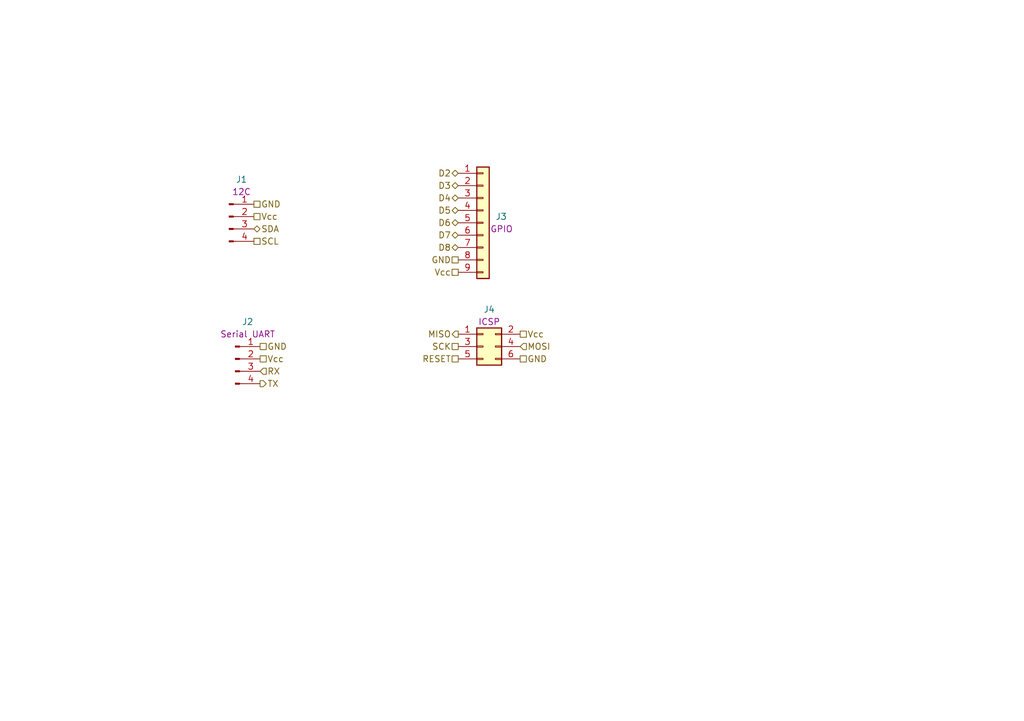
<source format=kicad_sch>
(kicad_sch (version 20250114) (generator "eeschema") (generator_version "9.0")
  (paper "A5")
  (title_block (title "${project_name}") (date "2025-11-30") (rev "v1") (company "JPIndustries") (comment 1 "Author: Jose Padilla"))
  (lib_symbols
    (symbol "Connector:Conn_01x04_Pin" (pin_names (offset 1.016) (hide yes))
      (property "Reference" "J" (at 0 5.08 0))
      (property "Value" "Conn_01x04_Pin" (at 0 -7.62 0))
      (symbol "Conn_01x04_Pin_1_1"
        (rectangle (start 0.8636 2.667) (end 0 2.413) (stroke (width 0.1524)) (fill (type outline)))
        (rectangle (start 0.8636 0.127) (end 0 -0.127) (stroke (width 0.1524)) (fill (type outline)))
        (rectangle (start 0.8636 -2.413) (end 0 -2.667) (stroke (width 0.1524)) (fill (type outline)))
        (rectangle (start 0.8636 -4.953) (end 0 -5.207) (stroke (width 0.1524)) (fill (type outline)))
        (polyline (pts (xy 1.27 2.54) (xy 0.8636 2.54)) (stroke (width 0.1524)))
        (polyline (pts (xy 1.27 0) (xy 0.8636 0)) (stroke (width 0.1524)))
        (polyline (pts (xy 1.27 -2.54) (xy 0.8636 -2.54)) (stroke (width 0.1524)))
        (polyline (pts (xy 1.27 -5.08) (xy 0.8636 -5.08)) (stroke (width 0.1524)))
        (pin passive line (at 5.08 2.54 180) (length 3.81) (name "Pin_1") (number "1"))
        (pin passive line (at 5.08 0 180) (length 3.81) (name "Pin_2") (number "2"))
        (pin passive line (at 5.08 -2.54 180) (length 3.81) (name "Pin_3") (number "3"))
        (pin passive line (at 5.08 -5.08 180) (length 3.81) (name "Pin_4") (number "4"))
      )
    )
    (symbol "Connector_Generic:Conn_01x09" (pin_names (offset 1.016) (hide yes))
      (property "Reference" "J" (at 0 12.7 0))
      (property "Value" "Conn_01x09" (at 0 -12.7 0))
      (symbol "Conn_01x09_1_1"
        (rectangle (start -1.27 11.43) (end 1.27 -11.43) (stroke (width 0.254)) (fill (type background)))
        (rectangle (start -1.27 10.287) (end 0 10.033) (stroke (width 0.1524)))
        (rectangle (start -1.27 7.747) (end 0 7.493) (stroke (width 0.1524)))
        (rectangle (start -1.27 5.207) (end 0 4.953) (stroke (width 0.1524)))
        (rectangle (start -1.27 2.667) (end 0 2.413) (stroke (width 0.1524)))
        (rectangle (start -1.27 0.127) (end 0 -0.127) (stroke (width 0.1524)))
        (rectangle (start -1.27 -2.413) (end 0 -2.667) (stroke (width 0.1524)))
        (rectangle (start -1.27 -4.953) (end 0 -5.207) (stroke (width 0.1524)))
        (rectangle (start -1.27 -7.493) (end 0 -7.747) (stroke (width 0.1524)))
        (rectangle (start -1.27 -10.033) (end 0 -10.287) (stroke (width 0.1524)))
        (pin passive line (at -5.08 10.16 0) (length 3.81) (name "Pin_1") (number "1"))
        (pin passive line (at -5.08 7.62 0) (length 3.81) (name "Pin_2") (number "2"))
        (pin passive line (at -5.08 5.08 0) (length 3.81) (name "Pin_3") (number "3"))
        (pin passive line (at -5.08 2.54 0) (length 3.81) (name "Pin_4") (number "4"))
        (pin passive line (at -5.08 0 0) (length 3.81) (name "Pin_5") (number "5"))
        (pin passive line (at -5.08 -2.54 0) (length 3.81) (name "Pin_6") (number "6"))
        (pin passive line (at -5.08 -5.08 0) (length 3.81) (name "Pin_7") (number "7"))
        (pin passive line (at -5.08 -7.62 0) (length 3.81) (name "Pin_8") (number "8"))
        (pin passive line (at -5.08 -10.16 0) (length 3.81) (name "Pin_9") (number "9"))
      )
    )
    (symbol "Connector_Generic:Conn_02x03_Odd_Even" (pin_names (offset 1.016) (hide yes))
      (property "Reference" "J" (at 1.27 5.08 0))
      (property "Value" "Conn_02x03_Odd_Even" (at 1.27 -5.08 0))
      (symbol "Conn_02x03_Odd_Even_1_1"
        (rectangle (start -1.27 3.81) (end 3.81 -3.81) (stroke (width 0.254)) (fill (type background)))
        (rectangle (start -1.27 2.667) (end 0 2.413) (stroke (width 0.1524)))
        (rectangle (start -1.27 0.127) (end 0 -0.127) (stroke (width 0.1524)))
        (rectangle (start -1.27 -2.413) (end 0 -2.667) (stroke (width 0.1524)))
        (rectangle (start 3.81 2.667) (end 2.54 2.413) (stroke (width 0.1524)))
        (rectangle (start 3.81 0.127) (end 2.54 -0.127) (stroke (width 0.1524)))
        (rectangle (start 3.81 -2.413) (end 2.54 -2.667) (stroke (width 0.1524)))
        (pin passive line (at -5.08 2.54 0) (length 3.81) (name "Pin_1") (number "1"))
        (pin passive line (at -5.08 0 0) (length 3.81) (name "Pin_3") (number "3"))
        (pin passive line (at -5.08 -2.54 0) (length 3.81) (name "Pin_5") (number "5"))
        (pin passive line (at 7.62 2.54 180) (length 3.81) (name "Pin_2") (number "2"))
        (pin passive line (at 7.62 0 180) (length 3.81) (name "Pin_4") (number "4"))
        (pin passive line (at 7.62 -2.54 180) (length 3.81) (name "Pin_6") (number "6"))
      )
    )
  )
  (hierarchical_label "SCK" (shape passive) (at 93.98 71.12 180))
  (hierarchical_label "TX" (shape output) (at 53.34 78.74 0))
  (hierarchical_label "GND" (shape passive) (at 106.68 73.66 0))
  (hierarchical_label "MOSI" (shape input) (at 106.68 71.12 0))
  (hierarchical_label "SDA" (shape bidirectional) (at 52.07 46.99 0))
  (hierarchical_label "D5" (shape bidirectional) (at 93.98 43.18 180))
  (hierarchical_label "GND" (shape passive) (at 52.07 41.91 0))
  (hierarchical_label "GND" (shape passive) (at 93.98 53.34 180))
  (hierarchical_label "RX" (shape input) (at 53.34 76.2 0))
  (hierarchical_label "Vcc" (shape passive) (at 93.98 55.88 180))
  (hierarchical_label "D4" (shape bidirectional) (at 93.98 40.64 180))
  (hierarchical_label "Vcc" (shape passive) (at 106.68 68.58 0))
  (hierarchical_label "Vcc" (shape passive) (at 53.34 73.66 0))
  (hierarchical_label "D2" (shape bidirectional) (at 93.98 35.56 180))
  (hierarchical_label "RESET" (shape passive) (at 93.98 73.66 180))
  (hierarchical_label "MISO" (shape output) (at 93.98 68.58 180))
  (hierarchical_label "SCL" (shape passive) (at 52.07 49.53 0))
  (hierarchical_label "D8" (shape bidirectional) (at 93.98 50.8 180))
  (hierarchical_label "GND" (shape passive) (at 53.34 71.12 0))
  (hierarchical_label "Vcc" (shape passive) (at 52.07 44.45 0))
  (hierarchical_label "D7" (shape bidirectional) (at 93.98 48.26 180))
  (hierarchical_label "D6" (shape bidirectional) (at 93.98 45.72 180))
  (hierarchical_label "D3" (shape bidirectional) (at 93.98 38.1 180))
  (symbol (lib_id "Connector:Conn_01x04_Pin") (at 48.26 73.66 0) (unit 1)
    (property "Reference" "J2" (at 50.8 66.04 0))
    (property "Value" "Conn_01x04_Pin" (effects (hide yes)))
    (property "Footprint" "Connector_PinHeader_2.54mm:PinHeader_1x04_P2.54mm_Vertical" (effects (hide yes)))
    (property "Description" "Generic connector, single row, 01x04, script generated" (effects (hide yes)))
    (property "Purpose" "Serial UART" (at 50.8 68.58 0))
  )
  (symbol (lib_id "Connector_Generic:Conn_02x03_Odd_Even") (at 99.06 71.12 0) (unit 1)
    (property "Reference" "J4" (at 100.33 63.5 0))
    (property "Value" "Conn_02x03_Odd_Even" (effects (hide yes)))
    (property "Footprint" "Connector_PinHeader_2.54mm:PinHeader_2x03_P2.54mm_Vertical" (effects (hide yes)))
    (property "Description" "Generic connector, double row, 02x03, odd/even pin numbering scheme (row 1 odd numbers, row 2 even numbers), script generated (kicad-library-utils/schlib/autogen/connector/)" (effects (hide yes)))
    (property "Purpose" "ICSP" (at 100.33 66.04 0))
  )
  (symbol (lib_id "Connector:Conn_01x04_Pin") (at 46.99 44.45 0) (unit 1)
    (property "Reference" "J1" (at 49.53 36.83 0))
    (property "Value" "Conn_01x04_Pin" (effects (hide yes)))
    (property "Footprint" "Connector_PinHeader_2.54mm:PinHeader_1x04_P2.54mm_Vertical" (effects (hide yes)))
    (property "Description" "Generic connector, single row, 01x04, script generated" (effects (hide yes)))
    (property "Purpose" "12C" (at 49.53 39.37 0))
  )
  (symbol (lib_id "Connector_Generic:Conn_01x09") (at 99.06 45.72 0) (unit 1)
    (property "Reference" "J3" (at 101.6 44.4499 0) (effects (justify left)))
    (property "Value" "Conn_01x09" (effects (hide yes)))
    (property "Footprint" "Connector_PinHeader_2.54mm:PinHeader_1x09_P2.54mm_Vertical" (effects (hide yes)))
    (property "Description" "Generic connector, single row, 01x09, script generated (kicad-library-utils/schlib/autogen/connector/)" (effects (hide yes)))
    (property "Purpose" "GPIO" (at 102.87 46.99 0))
  )
)
</source>
